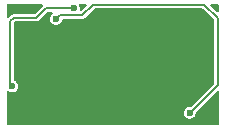
<source format=gbr>
%TF.GenerationSoftware,KiCad,Pcbnew,8.0.8*%
%TF.CreationDate,2025-02-20T13:59:41+03:00*%
%TF.ProjectId,buck_conv,6275636b-5f63-46f6-9e76-2e6b69636164,rev?*%
%TF.SameCoordinates,Original*%
%TF.FileFunction,Copper,L2,Bot*%
%TF.FilePolarity,Positive*%
%FSLAX46Y46*%
G04 Gerber Fmt 4.6, Leading zero omitted, Abs format (unit mm)*
G04 Created by KiCad (PCBNEW 8.0.8) date 2025-02-20 13:59:41*
%MOMM*%
%LPD*%
G01*
G04 APERTURE LIST*
%TA.AperFunction,ViaPad*%
%ADD10C,0.600000*%
%TD*%
%TA.AperFunction,Conductor*%
%ADD11C,0.200000*%
%TD*%
G04 APERTURE END LIST*
D10*
%TO.N,GND*%
X155600000Y-96900000D03*
X155100000Y-96900000D03*
X154600000Y-96900000D03*
X154100000Y-96900000D03*
X153100000Y-96400000D03*
X153100000Y-95400000D03*
X153100000Y-95900000D03*
X159000000Y-91500000D03*
X159000000Y-92100000D03*
X159000000Y-90900000D03*
X153600000Y-95900000D03*
X153600000Y-96400000D03*
X153600000Y-95400000D03*
X154600000Y-96400000D03*
X154100000Y-96400000D03*
X148100000Y-94400000D03*
%TO.N,EN{slash}SYNC*%
X147000000Y-96000000D03*
X152200000Y-89400000D03*
%TO.N,GND*%
X154600000Y-95900000D03*
X154100000Y-95900000D03*
X154100000Y-95400000D03*
X154600000Y-95400000D03*
X148100000Y-95100000D03*
%TO.N,VOUT*%
X150700000Y-90300000D03*
X162000000Y-98250000D03*
%TD*%
D11*
%TO.N,VOUT*%
X164400000Y-95850000D02*
X162000000Y-98250000D01*
X151000000Y-90000000D02*
X152900000Y-90000000D01*
X164400000Y-90250000D02*
X164400000Y-95850000D01*
X152900000Y-90000000D02*
X153800000Y-89100000D01*
X150700000Y-90300000D02*
X151000000Y-90000000D01*
X163250000Y-89100000D02*
X164400000Y-90250000D01*
X153800000Y-89100000D02*
X163250000Y-89100000D01*
%TO.N,EN{slash}SYNC*%
X146800000Y-90500000D02*
X146800000Y-95800000D01*
X147100000Y-90200000D02*
X146800000Y-90500000D01*
X146800000Y-95800000D02*
X147000000Y-96000000D01*
X149800000Y-89400000D02*
X149000000Y-90200000D01*
X152200000Y-89400000D02*
X149800000Y-89400000D01*
X149000000Y-90200000D02*
X147100000Y-90200000D01*
%TD*%
%TA.AperFunction,Conductor*%
%TO.N,GND*%
G36*
X163141460Y-89420502D02*
G01*
X163162434Y-89437405D01*
X164062595Y-90337566D01*
X164096621Y-90399878D01*
X164099500Y-90426661D01*
X164099500Y-95673338D01*
X164079498Y-95741459D01*
X164062595Y-95762433D01*
X162112433Y-97712595D01*
X162050121Y-97746621D01*
X162023338Y-97749500D01*
X161928039Y-97749500D01*
X161789946Y-97790047D01*
X161668873Y-97867855D01*
X161574623Y-97976626D01*
X161514835Y-98107543D01*
X161494353Y-98250000D01*
X161514835Y-98392456D01*
X161574623Y-98523373D01*
X161668873Y-98632144D01*
X161729409Y-98671048D01*
X161789947Y-98709953D01*
X161928039Y-98750500D01*
X162071961Y-98750500D01*
X162210053Y-98709953D01*
X162331128Y-98632143D01*
X162425377Y-98523373D01*
X162485165Y-98392457D01*
X162505647Y-98250000D01*
X162504482Y-98241898D01*
X162514581Y-98171626D01*
X162540100Y-98134869D01*
X164284406Y-96390563D01*
X164346717Y-96356539D01*
X164417533Y-96361604D01*
X164474368Y-96404151D01*
X164499179Y-96470671D01*
X164499500Y-96479660D01*
X164499500Y-99123500D01*
X164479498Y-99191621D01*
X164425842Y-99238114D01*
X164373500Y-99249500D01*
X146626500Y-99249500D01*
X146558379Y-99229498D01*
X146511886Y-99175842D01*
X146500500Y-99123500D01*
X146500500Y-96504688D01*
X146520502Y-96436567D01*
X146574158Y-96390074D01*
X146644432Y-96379970D01*
X146694617Y-96398688D01*
X146789947Y-96459953D01*
X146928039Y-96500500D01*
X147071961Y-96500500D01*
X147210053Y-96459953D01*
X147331128Y-96382143D01*
X147425377Y-96273373D01*
X147485165Y-96142457D01*
X147505647Y-96000000D01*
X147485165Y-95857543D01*
X147425377Y-95726627D01*
X147331128Y-95617857D01*
X147331127Y-95617856D01*
X147270590Y-95578952D01*
X147210053Y-95540047D01*
X147210052Y-95540046D01*
X147210051Y-95540046D01*
X147190997Y-95534451D01*
X147131272Y-95496065D01*
X147101782Y-95431483D01*
X147100500Y-95413556D01*
X147100500Y-90676661D01*
X147120502Y-90608540D01*
X147137405Y-90587566D01*
X147187566Y-90537405D01*
X147249878Y-90503379D01*
X147276661Y-90500500D01*
X149039562Y-90500500D01*
X149115989Y-90480021D01*
X149184511Y-90440460D01*
X149240460Y-90384511D01*
X149887566Y-89737405D01*
X149949878Y-89703379D01*
X149976661Y-89700500D01*
X150281896Y-89700500D01*
X150350017Y-89720502D01*
X150396510Y-89774158D01*
X150406614Y-89844432D01*
X150377120Y-89909012D01*
X150372744Y-89913388D01*
X150274623Y-90026626D01*
X150250555Y-90079327D01*
X150214835Y-90157543D01*
X150194353Y-90300000D01*
X150214835Y-90442457D01*
X150258197Y-90537405D01*
X150274623Y-90573373D01*
X150368873Y-90682144D01*
X150429409Y-90721048D01*
X150489947Y-90759953D01*
X150628039Y-90800500D01*
X150771961Y-90800500D01*
X150910053Y-90759953D01*
X151031128Y-90682143D01*
X151125377Y-90573373D01*
X151185165Y-90442457D01*
X151190037Y-90408566D01*
X151219531Y-90343988D01*
X151279257Y-90305604D01*
X151314755Y-90300500D01*
X152939562Y-90300500D01*
X153015989Y-90280021D01*
X153084511Y-90240460D01*
X153140460Y-90184511D01*
X153887566Y-89437405D01*
X153949878Y-89403379D01*
X153976661Y-89400500D01*
X163073339Y-89400500D01*
X163141460Y-89420502D01*
G37*
%TD.AperFunction*%
%TD*%
%TA.AperFunction,NonConductor*%
G36*
X153238460Y-89020502D02*
G01*
X153284953Y-89074158D01*
X153295057Y-89144432D01*
X153265563Y-89209012D01*
X153259447Y-89215581D01*
X153075029Y-89400000D01*
X152911308Y-89563721D01*
X152848996Y-89597746D01*
X152778180Y-89592681D01*
X152721345Y-89550134D01*
X152696534Y-89483614D01*
X152697496Y-89456693D01*
X152705647Y-89400003D01*
X152705647Y-89400002D01*
X152705647Y-89400000D01*
X152685165Y-89257543D01*
X152649222Y-89178841D01*
X152639119Y-89108568D01*
X152668613Y-89043988D01*
X152728339Y-89005604D01*
X152763837Y-89000500D01*
X153170339Y-89000500D01*
X153238460Y-89020502D01*
G37*
%TD.AperFunction*%
%TA.AperFunction,NonConductor*%
G36*
X164441621Y-89020502D02*
G01*
X164488114Y-89074158D01*
X164499500Y-89126500D01*
X164499500Y-89620339D01*
X164479498Y-89688460D01*
X164425842Y-89734953D01*
X164355568Y-89745057D01*
X164290988Y-89715563D01*
X164284405Y-89709434D01*
X163790566Y-89215595D01*
X163756540Y-89153283D01*
X163761605Y-89082468D01*
X163804152Y-89025632D01*
X163870672Y-89000821D01*
X163879661Y-89000500D01*
X164373500Y-89000500D01*
X164441621Y-89020502D01*
G37*
%TD.AperFunction*%
%TA.AperFunction,NonConductor*%
G36*
X149538459Y-89020502D02*
G01*
X149584952Y-89074158D01*
X149595056Y-89144432D01*
X149565562Y-89209012D01*
X149559434Y-89215595D01*
X148912432Y-89862596D01*
X148850122Y-89896620D01*
X148823339Y-89899500D01*
X147060434Y-89899500D01*
X146984014Y-89919977D01*
X146932879Y-89949500D01*
X146932878Y-89949499D01*
X146915492Y-89959537D01*
X146915482Y-89959545D01*
X146715595Y-90159433D01*
X146653283Y-90193459D01*
X146582468Y-90188394D01*
X146525632Y-90145847D01*
X146500821Y-90079327D01*
X146500500Y-90070338D01*
X146500500Y-89126500D01*
X146520502Y-89058379D01*
X146574158Y-89011886D01*
X146626500Y-89000500D01*
X149470338Y-89000500D01*
X149538459Y-89020502D01*
G37*
%TD.AperFunction*%
M02*

</source>
